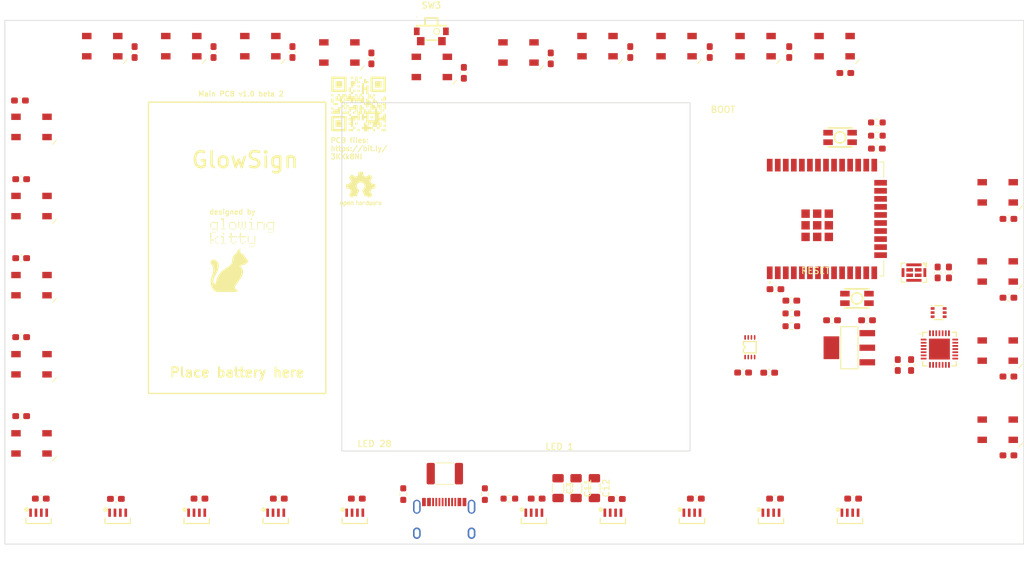
<source format=kicad_pcb>
(kicad_pcb (version 20211014) (generator pcbnew)
  (layers (0 "F.Cu" signal) (31 "B.Cu" signal) (34 "B.Paste" user) (35 "F.Paste" user) (36 "B.SilkS" user "B.Silkscreen") (37 "F.SilkS" user "F.Silkscreen") (38 "B.Mask" user) (39 "F.Mask" user) (44 "Edge.Cuts" user))
  (net 0 "")
  (net 1 "GND")
  (net 2 "+3V3")
  (net 3 "+5V")
  (net 4 "EN")
  (net 5 "IO0")
  (net 6 "USB-C 5V")
  (net 7 "Net-(R1-Pad1)")
  (net 8 "LED1 DATA OUT")
  (net 9 "USB-C CC1")
  (net 10 "USB-C CC2")
  (net 11 "Net-(R4-Pad1)")
  (net 12 "Net-(R5-Pad1)")
  (net 13 "IO16{slash}LED1")
  (net 14 "IO32{slash}SD")
  (net 15 "IO33{slash}USB-C CONN")
  (net 16 "IO14{slash}SCK")
  (net 17 "Net-(F1-Pad1)")
  (net 24 "IO15{slash}WS")
  (net 26 "I34{slash}BATT VOLT")
  (net 28 "RXD0")
  (net 29 "TXD0")
  (net 32 "USB-C DATA+")
  (net 33 "USB-C DATA-")
  (net 34 "RTS")
  (net 35 "DTR")
  (net 40 "I35{slash}BATT CHARGING")
  (net 53 "IO23{slash}LEDPOWER")
  (net 54 "Net-(D3-Pad3)")
  (net 55 "Net-(D4-Pad3)")
  (net 56 "Net-(D5-Pad3)")
  (net 57 "Net-(D6-Pad3)")
  (net 58 "Net-(D7-Pad3)")
  (net 59 "Net-(D8-Pad2)")
  (net 60 "Net-(D10-Pad4)")
  (net 61 "Net-(D10-Pad2)")
  (net 62 "Net-(D11-Pad2)")
  (net 63 "Net-(D12-Pad2)")
  (net 64 "Net-(D13-Pad2)")
  (net 65 "Net-(D14-Pad2)")
  (net 66 "Net-(D15-Pad2)")
  (net 67 "Net-(D16-Pad2)")
  (net 68 "Net-(D18-Pad2)")
  (net 69 "Net-(D19-Pad2)")
  (net 70 "Net-(D20-Pad2)")
  (net 71 "Net-(D21-Pad2)")
  (net 72 "Net-(D22-Pad2)")
  (net 73 "Net-(D23-Pad2)")
  (net 74 "Net-(D24-Pad2)")
  (net 75 "Net-(D25-Pad2)")
  (net 76 "Net-(D27-Pad3)")
  (net 77 "Net-(D28-Pad3)")
  (net 78 "Net-(D29-Pad3)")
  (net 95 "Net-(D17-Pad2)")
  (net 96 "Net-(D26-Pad2)")
  (net 97 "Net-(D30-Pad3)")
  (net 99 "IO18{slash}MAINBUTTON")
  (footprint "Capacitor_SMD:C_0603_1608Metric_Pad1.08x0.95mm_HandSolder" (layer "F.Cu") (at 159.1226 66.8524 -90)
    (fp_text reference "C31" hide)
    (fp_text value "0.1uf")
    (pad "1" smd roundrect (at -0.8625 0 270) (size 1.075 0.95) (layers "F.Cu" "F.Paste" "F.Mask") (net 3 "+5V"))
    (pad "2" smd roundrect (at 0.8625 0 270) (size 1.075 0.95) (layers "F.Cu" "F.Paste" "F.Mask") (net 1 "GND"))
  )
  (footprint "footprint:LED-SMD_WS2812B-4020" (layer "F.Cu") (at 156.454398 139.458618 180)
    (fp_text reference "D3" hide)
    (fp_text value "WS2812B-4020")
    (pad "1" smd rect (at 1.274956 0.85 180) (size 0.41999 1.3) (layers "F.Cu" "F.Paste" "F.Mask") (net 8 "LED1 DATA OUT"))
    (pad "2" smd rect (at 0.42507 0.85) (size 0.41999 1.3) (layers "F.Cu" "F.Paste" "F.Mask") (net 3 "+5V"))
    (pad "3" smd rect (at -0.42507 0.85) (size 0.41999 1.3) (layers "F.Cu" "F.Paste" "F.Mask") (net 54 "Net-(D3-Pad3)"))
    (pad "4" smd rect (at -1.274956 0.85) (size 0.41999 1.3) (layers "F.Cu" "F.Paste" "F.Mask") (net 1 "GND"))
  )
  (footprint "footprint:WIFI-SMD_ESP32-WROOM-32E" (layer "F.Cu") (at 199.89455 92.9688 90)
    (fp_text reference "U4" hide)
    (fp_text value "ESP32-WROOM-32E")
    (pad "1" smd rect (at -7.7449 -6.1933 90) (size 2 0.9) (layers "F.Cu" "F.Paste" "F.Mask") (net 1 "GND"))
    (pad "2" smd rect (at -7.7449 -4.9233 90) (size 2 0.9) (layers "F.Cu" "F.Paste" "F.Mask") (net 2 "+3V3"))
    (pad "3" smd rect (at -7.7449 -3.6533 90) (size 2 0.9) (layers "F.Cu" "F.Paste" "F.Mask") (net 4 "EN"))
    (pad "4" smd rect (at -7.7449 -2.3833 90) (size 2 0.9) (layers "F.Cu" "F.Paste" "F.Mask"))
    (pad "5" smd rect (at -7.7449 -1.1133 90) (size 2 0.9) (layers "F.Cu" "F.Paste" "F.Mask"))
    (pad "6" smd rect (at -7.7449 0.1567 90) (size 2 0.9) (layers "F.Cu" "F.Paste" "F.Mask") (net 26 "I34{slash}BATT VOLT"))
    (pad "7" smd rect (at -7.7449 1.4267 90) (size 2 0.9) (layers "F.Cu" "F.Paste" "F.Mask") (net 40 "I35{slash}BATT CHARGING"))
    (pad "8" smd rect (at -7.7449 2.6967 90) (size 2 0.9) (layers "F.Cu" "F.Paste" "F.Mask") (net 14 "IO32{slash}SD"))
    (pad "9" smd rect (at -7.7449 3.9667 90) (size 2 0.9) (layers "F.Cu" "F.Paste" "F.Mask") (net 15 "IO33{slash}USB-C CONN"))
    (pad "10" smd rect (at -7.7449 5.2367 90) (size 2 0.9) (layers "F.Cu" "F.Paste" "F.Mask"))
    (pad "11" smd rect (at -7.7449 6.5067 90) (size 2 0.9) (layers "F.Cu" "F.Paste" "F.Mask"))
    (pad "12" smd rect (at -7.7449 7.7767 90) (size 2 0.9) (layers "F.Cu" "F.Paste" "F.Mask"))
    (pad "13" smd rect (at -7.7449 9.0467 90) (size 2 0.9) (layers "F.Cu" "F.Paste" "F.Mask") (net 16 "IO14{slash}SCK"))
    (pad "14" smd rect (at -7.7449 10.3167 90) (size 2 0.9) (layers "F.Cu" "F.Paste" "F.Mask"))
    (pad "15" smd rect (at -4.9599 11.3167 90) (size 0.9 2) (layers "F.Cu" "F.Paste" "F.Mask") (net 1 "GND"))
    (pad "16" smd rect (at -3.6899 11.3167 90) (size 0.9 2) (layers "F.Cu" "F.Paste" "F.Mask"))
    (pad "17" smd rect (at -2.4199 11.3167 90) (size 0.9 2) (layers "F.Cu" "F.Paste" "F.Mask"))
    (pad "18" smd rect (at -1.1499 11.3167 90) (size 0.9 2) (layers "F.Cu" "F.Paste" "F.Mask"))
    (pad "19" smd rect (at 0.1201 11.3167 90) (size 0.9 2) (layers "F.Cu" "F.Paste" "F.Mask"))
    (pad "20" smd rect (at 1.3901 11.3167 90) (size 0.9 2) (layers "F.Cu" "F.Paste" "F.Mask"))
    (pad "21" smd rect (at 2.6601 11.3167 90) (size 0.9 2) (layers "F.Cu" "F.Paste" "F.Mask"))
    (pad "22" smd rect (at 3.9301 11.3167 90) (size 0.9 2) (layers "F.Cu" "F.Paste" "F.Mask"))
    (pad "23" smd rect (at 5.2001 11.3167 90) (size 0.9 2) (layers "F.Cu" "F.Paste" "F.Mask") (net 24 "IO15{slash}WS"))
    (pad "24" smd rect (at 6.4701 11.3167 90) (size 0.9 2) (layers "F.Cu" "F.Paste" "F.Mask"))
    (pad "25" smd rect (at 9.2551 10.3167 90) (size 2 0.9) (layers "F.Cu" "F.Paste" "F.Mask") (net 5 "IO0"))
    (pad "26" smd rect (at 9.2551 9.0467 90) (size 2 0.9) (layers "F.Cu" "F.Paste" "F.Mask"))
    (pad "27" smd rect (at 9.2551 7.7767 90) (size 2 0.9) (layers "F.Cu" "F.Paste" "F.Mask") (net 13 "IO16{slash}LED1"))
    (pad "28" smd rect (at 9.2551 6.5067 90) (size 2 0.9) (layers "F.Cu" "F.Paste" "F.Mask"))
    (pad "29" smd rect (at 9.2551 5.2367 90) (size 2 0.9) (layers "F.Cu" "F.Paste" "F.Mask"))
    (pad "30" smd rect (at 9.2551 3.9667 90) (size 2 0.9) (layers "F.Cu" "F.Paste" "F.Mask") (net 99 "IO18{slash}MAINBUTTON"))
    (pad "31" smd rect (at 9.2551 2.6967 90) (size 2 0.9) (layers "F.Cu" "F.Paste" "F.Mask"))
    (pad "32" smd rect (at 9.2551 1.4267 90) (size 2 0.9) (layers "F.Cu" "F.Paste" "F.Mask"))
    (pad "33" smd rect (at 9.2551 0.1567 90) (size 2 0.9) (layers "F.Cu" "F.Paste" "F.Mask"))
    (pad "34" smd rect (at 9.2551 -1.1133 90) (size 2 0.9) (layers "F.Cu" "F.Paste" "F.Mask") (net 28 "RXD0"))
    (pad "35" smd rect (at 9.2551 -2.3833 90) (size 2 0.9) (layers "F.Cu" "F.Paste" "F.Mask") (net 29 "TXD0"))
    (pad "36" smd rect (at 9.2551 -3.6533 90) (size 2 0.9) (layers "F.Cu" "F.Paste" "F.Mask"))
    (pad "37" smd rect (at 9.2551 -4.9233 90) (size 2 0.9) (layers "F.Cu" "F.Paste" "F.Mask") (net 53 "IO23{slash}LEDPOWER"))
    (pad "38" smd rect (at 9.2551 -6.1933 90) (size 2 0.9) (layers "F.Cu" "F.Paste" "F.Mask") (net 1 "GND"))
    (pad "39" smd rect (at -2.0799 -0.5283 90) (size 1.33 1.33) (layers "F.Cu" "F.Paste" "F.Mask") (net 1 "GND"))
    (pad "39" smd rect (at -0.2449 1.3067 90) (size 1.33 1.33) (layers "F.Cu" "F.Paste" "F.Mask") (net 1 "GND"))
    (pad "39" smd rect (at 1.5901 -0.5283 90) (size 1.33 1.33) (layers "F.Cu" "F.Paste" "F.Mask") (net 1 "GND"))
    (pad "39" smd rect (at -2.0799 3.1417 90) (size 1.33 1.33) (layers "F.Cu" "F.Paste" "F.Mask") (net 1 "GND"))
    (pad "39" smd rect (at 1.5901 3.1417 90) (size 1.33 1.33) (layers "F.Cu" "F.Paste" "F.Mask") (net 1 "GND"))
    (pad "39" smd rect (at -0.2449 3.1417 90) (size 1.33 1.33) (layers "F.Cu" "F.Paste" "F.Mask") (net 1 "GND"))
    (pad "39" smd rect (at -2.0799 1.3067 90) (size 1.33 1.33) (layers "F.Cu" "F.Paste" "F.Mask") (net 1 "GND"))
    (pad "39" smd rect (at -0.2449 -0.5283 90) (size 1.33 1.33) (layers "F.Cu" "F.Paste" "F.Mask") (net 1 "GND"))
    (pad "39" smd rect (at 1.5901 1.3067 90) (size 1.33 1.33) (layers "F.Cu" "F.Paste" "F.Mask") (net 1 "GND"))
  )
  (footprint "LED_SMD:LED_WS2812B_PLCC4_5.0x5.0mm_P3.2mm" (layer "F.Cu") (at 125.7337 65.9224)
    (fp_text reference "D18" hide)
    (fp_text value "WS2812B")
    (pad "1" smd rect (at -2.45 -1.6) (size 1.5 1) (layers "F.Cu" "F.Paste" "F.Mask") (net 3 "+5V"))
    (pad "2" smd rect (at -2.45 1.6) (size 1.5 1) (layers "F.Cu" "F.Paste" "F.Mask") (net 68 "Net-(D18-Pad2)"))
    (pad "3" smd rect (at 2.45 1.6) (size 1.5 1) (layers "F.Cu" "F.Paste" "F.Mask") (net 1 "GND"))
    (pad "4" smd rect (at 2.45 -1.6) (size 1.5 1) (layers "F.Cu" "F.Paste" "F.Mask") (net 95 "Net-(D17-Pad2)"))
  )
  (footprint "LED_SMD:LED_WS2812B_PLCC4_5.0x5.0mm_P3.2mm" (layer "F.Cu") (at 203.9483 64.9224)
    (fp_text reference "D12" hide)
    (fp_text value "WS2812B")
    (pad "1" smd rect (at -2.45 -1.6) (size 1.5 1) (layers "F.Cu" "F.Paste" "F.Mask") (net 3 "+5V"))
    (pad "2" smd rect (at -2.45 1.6) (size 1.5 1) (layers "F.Cu" "F.Paste" "F.Mask") (net 63 "Net-(D12-Pad2)"))
    (pad "3" smd rect (at 2.45 1.6) (size 1.5 1) (layers "F.Cu" "F.Paste" "F.Mask") (net 1 "GND"))
    (pad "4" smd rect (at 2.45 -1.6) (size 1.5 1) (layers "F.Cu" "F.Paste" "F.Mask") (net 62 "Net-(D11-Pad2)"))
  )
  (footprint "Capacitor_SMD:C_0603_1608Metric_Pad1.08x0.95mm_HandSolder" (layer "F.Cu") (at 189.4964 116.4716)
    (fp_text reference "C48" hide)
    (fp_text value "0.1uF")
    (pad "1" smd roundrect (at -0.8625 0) (size 1.075 0.95) (layers "F.Cu" "F.Paste" "F.Mask") (net 3 "+5V"))
    (pad "2" smd roundrect (at 0.8625 0) (size 1.075 0.95) (layers "F.Cu" "F.Paste" "F.Mask") (net 1 "GND"))
  )
  (footprint "LED_SMD:LED_WS2812B_PLCC4_5.0x5.0mm_P3.2mm" (layer "F.Cu") (at 166.505 64.9224)
    (fp_text reference "D15" hide)
    (fp_text value "WS2812B")
    (pad "1" smd rect (at -2.45 -1.6) (size 1.5 1) (layers "F.Cu" "F.Paste" "F.Mask") (net 3 "+5V"))
    (pad "2" smd rect (at -2.45 1.6) (size 1.5 1) (layers "F.Cu" "F.Paste" "F.Mask") (net 66 "Net-(D15-Pad2)"))
    (pad "3" smd rect (at 2.45 1.6) (size 1.5 1) (layers "F.Cu" "F.Paste" "F.Mask") (net 1 "GND"))
    (pad "4" smd rect (at 2.45 -1.6) (size 1.5 1) (layers "F.Cu" "F.Paste" "F.Mask") (net 65 "Net-(D14-Pad2)"))
  )
  (footprint "Fuse:Fuse_1812_4532Metric_Pad1.30x3.40mm_HandSolder" (layer "F.Cu") (at 142.3924 132.4356)
    (fp_text reference "F1" hide)
    (fp_text value "BSMD1812-300-16V")
    (pad "1" smd roundrect (at -2.225 0) (size 1.3 3.4) (layers "F.Cu" "F.Paste" "F.Mask") (roundrect_rratio 0.1923076923) (net 17 "Net-(F1-Pad1)"))
    (pad "2" smd roundrect (at 2.225 0) (size 1.3 3.4) (layers "F.Cu" "F.Paste" "F.Mask") (roundrect_rratio 0.1923076923) (net 6 "USB-C 5V"))
  )
  (footprint "LED_SMD:LED_WS2812B_PLCC4_5.0x5.0mm_P3.2mm" (layer "F.Cu") (at 229.7106 125.4969)
    (fp_text reference "D8" hide)
    (fp_text value "WS2812B")
    (pad "1" smd rect (at -2.45 -1.6) (size 1.5 1) (layers "F.Cu" "F.Paste" "F.Mask") (net 3 "+5V"))
    (pad "2" smd rect (at -2.45 1.6) (size 1.5 1) (layers "F.Cu" "F.Paste" "F.Mask") (net 59 "Net-(D8-Pad2)"))
    (pad "3" smd rect (at 2.45 1.6) (size 1.5 1) (layers "F.Cu" "F.Paste" "F.Mask") (net 1 "GND"))
    (pad "4" smd rect (at 2.45 -1.6) (size 1.5 1) (layers "F.Cu" "F.Paste" "F.Mask") (net 58 "Net-(D7-Pad3)"))
  )
  (footprint "footprint:LED-SMD_WS2812B-4020" (layer "F.Cu") (at 90.720898 139.458618 180)
    (fp_text reference "D28" hide)
    (fp_text value "WS2812B-4020")
    (pad "1" smd rect (at 1.274956 0.85 180) (size 0.41999 1.3) (layers "F.Cu" "F.Paste" "F.Mask") (net 76 "Net-(D27-Pad3)"))
    (pad "2" smd rect (at 0.42507 0.85) (size 0.41999 1.3) (layers "F.Cu" "F.Paste" "F.Mask") (net 3 "+5V"))
    (pad "3" smd rect (at -0.42507 0.85) (size 0.41999 1.3) (layers "F.Cu" "F.Paste" "F.Mask") (net 77 "Net-(D28-Pad3)"))
    (pad "4" smd rect (at -1.274956 0.85) (size 0.41999 1.3) (layers "F.Cu" "F.Paste" "F.Mask") (net 1 "GND"))
  )
  (footprint "Capacitor_SMD:C_0603_1608Metric_Pad1.08x0.95mm_HandSolder" (layer "F.Cu") (at 156.8936 136.38012)
    (fp_text reference "C18" hide)
    (fp_text value "0.1uf")
    (pad "1" smd roundrect (at -0.8625 0) (size 1.075 0.95) (layers "F.Cu" "F.Paste" "F.Mask") (net 3 "+5V"))
    (pad "2" smd roundrect (at 0.8625 0) (size 1.075 0.95) (layers "F.Cu" "F.Paste" "F.Mask") (net 1 "GND"))
  )
  (footprint "LOGO" (layer "F.Cu") (at 110.2862 96.942)
    (fp_text reference "logo" hide)
    (fp_text value "LOGO" hide)
  )
  (footprint "LED_SMD:LED_WS2812B_PLCC4_5.0x5.0mm_P3.2mm" (layer "F.Cu") (at 113.2526 64.9224)
    (fp_text reference "D19" hide)
    (fp_text value "WS2812B")
    (pad "1" smd rect (at -2.45 -1.6) (size 1.5 1) (layers "F.Cu" "F.Paste" "F.Mask") (net 3 "+5V"))
    (pad "2" smd rect (at -2.45 1.6) (size 1.5 1) (layers "F.Cu" "F.Paste" "F.Mask") (net 69 "Net-(D19-Pad2)"))
    (pad "3" smd rect (at 2.45 1.6) (size 1.5 1) (layers "F.Cu" "F.Paste" "F.Mask") (net 1 "GND"))
    (pad "4" smd rect (at 2.45 -1.6) (size 1.5 1) (layers "F.Cu" "F.Paste" "F.Mask") (net 68 "Net-(D18-Pad2)"))
  )
  (footprint "Resistor_SMD:R_0603_1608Metric_Pad0.98x0.95mm_HandSolder" (layer "F.Cu") (at 135.826 135.668 -90)
    (fp_text reference "R2" hide)
    (fp_text value "5.1K")
    (pad "1" smd roundrect (at -0.9125 0 270) (size 0.975 0.95) (layers "F.Cu" "F.Paste" "F.Mask") (net 1 "GND"))
    (pad "2" smd roundrect (at 0.9125 0 270) (size 0.975 0.95) (layers "F.Cu" "F.Paste" "F.Mask") (net 9 "USB-C CC1"))
  )
  (footprint "Capacitor_SMD:C_0603_1608Metric_Pad1.08x0.95mm_HandSolder" (layer "F.Cu") (at 203.5439 108.2116 180)
    (fp_text reference "C7" hide)
    (fp_text value "10uF")
    (pad "1" smd roundrect (at -0.8625 0 180) (size 1.075 0.95) (layers "F.Cu" "F.Paste" "F.Mask") (net 1 "GND"))
    (pad "2" smd roundrect (at 0.8625 0 180) (size 1.075 0.95) (layers "F.Cu" "F.Paste" "F.Mask") (net 2 "+3V3"))
  )
  (footprint "LED_SMD:LED_WS2812B_PLCC4_5.0x5.0mm_P3.2mm" (layer "F.Cu") (at 88.2904 64.9224)
    (fp_text reference "D21" hide)
    (fp_text value "WS2812B")
    (pad "1" smd rect (at -2.45 -1.6) (size 1.5 1) (layers "F.Cu" "F.Paste" "F.Mask") (net 3 "+5V"))
    (pad "2" smd rect (at -2.45 1.6) (size 1.5 1) (layers "F.Cu" "F.Paste" "F.Mask") (net 71 "Net-(D21-Pad2)"))
    (pad "3" smd rect (at 2.45 1.6) (size 1.5 1) (layers "F.Cu" "F.Paste" "F.Mask") (net 1 "GND"))
    (pad "4" smd rect (at 2.45 -1.6) (size 1.5 1) (layers "F.Cu" "F.Paste" "F.Mask") (net 70 "Net-(D20-Pad2)"))
  )
  (footprint "Capacitor_SMD:C_0603_1608Metric_Pad1.08x0.95mm_HandSolder" (layer "F.Cu") (at 75.4802 85.9286)
    (fp_text reference "C38" hide)
    (fp_text value "0.1uf")
    (pad "1" smd roundrect (at -0.8625 0) (size 1.075 0.95) (layers "F.Cu" "F.Paste" "F.Mask") (net 3 "+5V"))
    (pad "2" smd roundrect (at 0.8625 0) (size 1.075 0.95) (layers "F.Cu" "F.Paste" "F.Mask") (net 1 "GND"))
  )
  (footprint "LED_SMD:LED_WS2812B_PLCC4_5.0x5.0mm_P3.2mm" (layer "F.Cu") (at 191.4672 64.9224)
    (fp_text reference "D13" hide)
    (fp_text value "WS2812B")
    (pad "1" smd rect (at -2.45 -1.6) (size 1.5 1) (layers "F.Cu" "F.Paste" "F.Mask") (net 3 "+5V"))
    (pad "2" smd rect (at -2.45 1.6) (size 1.5 1) (layers "F.Cu" "F.Paste" "F.Mask") (net 64 "Net-(D13-Pad2)"))
    (pad "3" smd rect (at 2.45 1.6) (size 1.5 1) (layers "F.Cu" "F.Paste" "F.Mask") (net 1 "GND"))
    (pad "4" smd rect (at 2.45 -1.6) (size 1.5 1) (layers "F.Cu" "F.Paste" "F.Mask") (net 63 "Net-(D12-Pad2)"))
  )
  (footprint "footprint:QFN-28_L5.0-W5.0-P0.50-BL-EP" (layer "F.Cu") (at 220.5064 112.7616 -90)
    (fp_text reference "U7" hide)
    (fp_text value "CP2102-GMR")
    (pad "1" smd rect (at -1.501067 2.499949 90) (size 0.28001 0.9) (layers "F.Cu" "F.Paste" "F.Mask"))
    (pad "2" smd rect (at -1.000686 2.499949 90) (size 0.28001 0.9) (layers "F.Cu" "F.Paste" "F.Mask"))
    (pad "3" smd rect (at -0.500305 2.499949 90) (size 0.28001 0.9) (layers "F.Cu" "F.Paste" "F.Mask") (net 1 "GND"))
    (pad "4" smd rect (at 0.000076 2.499949 90) (size 0.28001 0.9) (layers "F.Cu" "F.Paste" "F.Mask") (net 32 "USB-C DATA+"))
    (pad "5" smd rect (at 0.500457 2.499949 90) (size 0.28001 0.9) (layers "F.Cu" "F.Paste" "F.Mask") (net 33 "USB-C DATA-"))
    (pad "6" smd rect (at 1.000838 2.499949 90) (size 0.28001 0.9) (layers "F.Cu" "F.Paste" "F.Mask") (net 2 "+3V3"))
    (pad "7" smd rect (at 1.501219 2.499949 90) (size 0.28001 0.9) (layers "F.Cu" "F.Paste" "F.Mask") (net 2 "+3V3"))
    (pad "8" smd rect (at 2.500203 1.501219) (size 0.28001 0.9) (layers "F.Cu" "F.Paste" "F.Mask") (net 6 "USB-C 5V"))
    (pad "9" smd rect (at 2.500203 1.000838) (size 0.28001 0.9) (layers "F.Cu" "F.Paste" "F.Mask"))
    (pad "10" smd rect (at 2.500203 0.500457) (size 0.28001 0.9) (layers "F.Cu" "F.Paste" "F.Mask"))
    (pad "11" smd rect (at 2.500203 0.000076) (size 0.28001 0.9) (layers "F.Cu" "F.Paste" "F.Mask"))
    (pad "12" smd rect (at 2.500203 -0.500305) (size 0.28001 0.9) (layers "F.Cu" "F.Paste" "F.Mask"))
    (pad "13" smd rect (at 2.500203 -1.000686) (size 0.28001 0.9) (layers "F.Cu" "F.Paste" "F.Mask"))
    (pad "14" smd rect (at 2.500203 -1.501067) (size 0.28001 0.9) (layers "F.Cu" "F.Paste" "F.Mask"))
    (pad "15" smd rect (at 1.501219 -2.500051 90) (size 0.28001 0.9) (layers "F.Cu" "F.Paste" "F.Mask"))
    (pad "16" smd rect (at 1.000838 -2.500051 90) (size 0.28001 0.9) (layers "F.Cu" "F.Paste" "F.Mask"))
    (pad "17" smd rect (at 0.500457 -2.500051 90) (size 0.28001 0.9) (layers "F.Cu" "F.Paste" "F.Mask"))
    (pad "18" smd rect (at 0.000076 -2.500051 90) (size 0.28001 0.9) (layers "F.Cu" "F.Paste" "F.Mask"))
    (pad "19" smd rect (at -0.500305 -2.500051 90) (size 0.28001 0.9) (layers "F.Cu" "F.Paste" "F.Mask"))
    (pad "20" smd rect (at -1.000686 -2.500051 90) (size 0.28001 0.9) (layers "F.Cu" "F.Paste" "F.Mask"))
    (pad "21" smd rect (at -1.501067 -2.500051 90) (size 0.28001 0.9) (layers "F.Cu" "F.Paste" "F.Mask"))
    (pad "22" smd rect (at -2.499797 -1.501067) (size 0.28001 0.9) (layers "F.Cu" "F.Paste" "F.Mask"))
    (pad "23" smd rect (at -2.499797 -1.000686) (size 0.28001 0.9) (layers "F.Cu" "F.Paste" "F.Mask"))
    (pad "24" smd rect (at -2.499797 -0.500305) (size 0.28001 0.9) (layers "F.Cu" "F.Paste" "F.Mask") (net 34 "RTS"))
    (pad "25" smd rect (at -2.499797 0.000076) (size 0.28001 0.9) (layers "F.Cu" "F.Paste" "F.Mask") (net 29 "TXD0"))
    (pad "26" smd rect (at -2.499797 0.500457) (size 0.28001 0.9) (layers "F.Cu" "F.Paste" "F.Mask") (net 28 "RXD0"))
    (pad "27" smd rect (at -2.499797 1.000838) (size 0.28001 0.9) (layers "F.Cu" "F.Paste" "F.Mask"))
    (pad "28" smd rect (at -2.499797 1.501219) (size 0.28001 0.9) (layers "F.Cu" "F.Paste" "F.Mask") (net 35 "DTR"))
    (pad "29" smd rect (at 0.000076 0.000076) (size 3.3 3.3) (layers "F.Cu" "F.Paste" "F.Mask") (net 1 "GND"))
  )
  (footprint "LED_SMD:LED_WS2812B_PLCC4_5.0x5.0mm_P3.2mm" (layer "F.Cu") (at 229.7106 100.5069)
    (fp_text reference "D10" hide)
    (fp_text value "WS2812B")
    (pad "1" smd rect (at -2.45 -1.6) (size 1.5 1) (layers "F.Cu" "F.Paste" "F.Mask") (net 3 "+5V"))
    (pad "2" smd rect (at -2.45 1.6) (size 1.5 1) (layers "F.Cu" "F.Paste" "F.Mask") (net 61 "Net-(D10-Pad2)"))
    (pad "3" smd rect (at 2.45 1.6) (size 1.5 1) (layers "F.Cu" "F.Paste" "F.Mask") (net 1 "GND"))
    (pad "4" smd rect (at 2.45 -1.6) (size 1.5 1) (layers "F.Cu" "F.Paste" "F.Mask") (net 60 "Net-(D10-Pad4)"))
  )
  (footprint "Capacitor_SMD:C_0603_1608Metric_Pad1.08x0.95mm_HandSolder" (layer "F.Cu") (at 145.398 69.1356 -90)
    (fp_text reference "C32" hide)
    (fp_text value "0.1uf")
    (pad "1" smd roundrect (at -0.8625 0 270) (size 1.075 0.95) (layers "F.Cu" "F.Paste" "F.Mask") (net 3 "+5V"))
    (pad "2" smd roundrect (at 0.8625 0 270) (size 1.075 0.95) (layers "F.Cu" "F.Paste" "F.Mask") (net 1 "GND"))
  )
  (footprint "Capacitor_SMD:C_0603_1608Metric_Pad1.08x0.95mm_HandSolder" (layer "F.Cu") (at 75.4802 110.875266)
    (fp_text reference "C40" hide)
    (fp_text value "0.1uf")
    (pad "1" smd roundrect (at -0.8625 0) (size 1.075 0.95) (layers "F.Cu" "F.Paste" "F.Mask") (net 3 "+5V"))
    (pad "2" smd roundrect (at 0.8625 0) (size 1.075 0.95) (layers "F.Cu" "F.Paste" "F.Mask") (net 1 "GND"))
  )
  (footprint "Capacitor_SMD:C_0603_1608Metric_Pad1.08x0.95mm_HandSolder" (layer "F.Cu") (at 128.4911 136.38012)
    (fp_text reference "C46" hide)
    (fp_text value "0.1uf")
    (pad "1" smd roundrect (at -0.8625 0) (size 1.075 0.95) (layers "F.Cu" "F.Paste" "F.Mask") (net 3 "+5V"))
    (pad "2" smd roundrect (at 0.8625 0) (size 1.075 0.95) (layers "F.Cu" "F.Paste" "F.Mask") (net 1 "GND"))
  )
  (footprint "footprint:VSSOP-8_L2.4-W2.1-P0.50-LS3.2-BR" (layer "F.Cu") (at 190.5564 112.470068 -90)
    (fp_text reference "U3" hide)
    (fp_text value "SN74LVC2T45DCUR")
    (pad "1" smd oval locked (at 1.549911 0.741961 270) (size 0.750013 0.250013) (layers "F.Cu" "F.Paste" "F.Mask") (net 3 "+5V"))
    (pad "2" smd oval locked (at 1.549911 0.241834 270) (size 0.750013 0.250013) (layers "F.Cu" "F.Paste" "F.Mask") (net 7 "Net-(R1-Pad1)"))
    (pad "3" smd oval locked (at 1.549911 -0.258039 270) (size 0.750013 0.250013) (layers "F.Cu" "F.Paste" "F.Mask") (net 1 "GND"))
    (pad "4" smd oval locked (at 1.549911 -0.758166 270) (size 0.750013 0.250013) (layers "F.Cu" "F.Paste" "F.Mask") (net 1 "GND"))
    (pad "5" smd oval locked (at -1.549911 -0.758166 270) (size 0.750013 0.250013) (layers "F.Cu" "F.Paste" "F.Mask") (net 1 "GND"))
    (pad "6" smd oval locked (at -1.549911 -0.258039 270) (size 0.750013 0.250013) (layers "F.Cu" "F.Paste" "F.Mask") (net 1 "GND"))
    (pad "7" smd oval locked (at -1.549911 0.241834 270) (size 0.750013 0.250013) (layers "F.Cu" "F.Paste" "F.Mask") (net 13 "IO16{slash}LED1"))
    (pad "8" smd oval locked (at -1.549911 0.741961 270) (size 0.750013 0.250013) (layers "F.Cu" "F.Paste" "F.Mask") (net 2 "+3V3"))
  )
  (footprint "LED_SMD:LED_WS2812B_PLCC4_5.0x5.0mm_P3.2mm" (layer "F.Cu") (at 77.1144 115.1636)
    (fp_text reference "D25" hide)
    (fp_text value "WS2812B")
    (pad "1" smd rect (at -2.45 -1.6) (size 1.5 1) (layers "F.Cu" "F.Paste" "F.Mask") (net 3 "+5V"))
    (pad "2" smd rect (at -2.45 1.6) (size 1.5 1) (layers "F.Cu" "F.Paste" "F.Mask") (net 75 "Net-(D25-Pad2)"))
    (pad "3" smd rect (at 2.45 1.6) (size 1.5 1) (layers "F.Cu" "F.Paste" "F.Mask") (net 1 "GND"))
    (pad "4" smd rect (at 2.45 -1.6) (size 1.5 1) (layers "F.Cu" "F.Paste" "F.Mask") (net 74 "Net-(D24-Pad2)"))
  )
  (footprint "Capacitor_SMD:C_0603_1608Metric_Pad1.08x0.95mm_HandSolder" (layer "F.Cu") (at 75.2856 73.5076)
    (fp_text reference "C37" hide)
    (fp_text value "0.1uf")
    (pad "1" smd roundrect (at -0.8625 0) (size 1.075 0.95) (layers "F.Cu" "F.Paste" "F.Mask") (net 3 "+5V"))
    (pad "2" smd roundrect (at 0.8625 0) (size 1.075 0.95) (layers "F.Cu" "F.Paste" "F.Mask") (net 1 "GND"))
  )
  (footprint "Capacitor_SMD:C_0603_1608Metric_Pad1.08x0.95mm_HandSolder" (layer "F.Cu") (at 205.6401 69.1624)
    (fp_text reference "C27" hide)
    (fp_text value "0.1uf")
    (pad "1" smd roundrect (at -0.8625 0) (size 1.075 0.95) (layers "F.Cu" "F.Paste" "F.Mask") (net 3 "+5V"))
    (pad "2" smd roundrect (at 0.8625 0) (size 1.075 0.95) (layers "F.Cu" "F.Paste" "F.Mask") (net 1 "GND"))
  )
  (footprint "footprint:LED-SMD_WS2812B-4020" (layer "F.Cu") (at 168.935498 139.458618 180)
    (fp_text reference "D4" hide)
    (fp_text value "WS2812B-4020")
    (pad "1" smd rect (at 1.274956 0.85 180) (size 0.41999 1.3) (layers "F.Cu" "F.Paste" "F.Mask") (net 54 "Net-(D3-Pad3)"))
    (pad "2" smd rect (at 0.42507 0.85) (size 0.41999 1.3) (layers "F.Cu" "F.Paste" "F.Mask") (net 3 "+5V"))
    (pad "3" smd rect (at -0.42507 0.85) (size 0.41999 1.3) (layers "F.Cu" "F.Paste" "F.Mask") (net 55 "Net-(D4-Pad3)"))
    (pad "4" smd rect (at -1.274956 0.85) (size 0.41999 1.3) (layers "F.Cu" "F.Paste" "F.Mask") (net 1 "GND"))
  )
  (footprint "Capacitor_SMD:C_0603_1608Metric_Pad1.08x0.95mm_HandSolder" (layer "F.Cu") (at 169.5636 136.44012)
    (fp_text reference "C19" hide)
    (fp_text value "0.1uf")
    (pad "1" smd roundrect (at -0.8625 0) (size 1.075 0.95) (layers "F.Cu" "F.Paste" "F.Mask") (net 3 "+5V"))
    (pad "2" smd roundrect (at 0.8625 0) (size 1.075 0.95) (layers "F.Cu" "F.Paste" "F.Mask") (net 1 "GND"))
  )
  (footprint "footprint:SOT-223-4_L6.5-W3.5-P2.30-LS7.0-BR" (layer "F.Cu") (at 206.2764 112.5516)
    (fp_text reference "U18" hide)
    (fp_text value "BL1117-33CX")
    (pad "1" smd rect (at 2.8349 2.299975) (size 2.470003 0.98001) (layers "F.Cu" "F.Paste" "F.Mask") (net 1 "GND"))
    (pad "2" smd rect (at 2.8349 0) (size 2.470003 0.98001) (layers "F.Cu" "F.Paste" "F.Mask") (net 2 "+3V3"))
    (pad "3" smd rect (at 2.8349 -2.299975) (size 2.470003 0.98001) (layers "F.Cu" "F.Paste" "F.Mask") (net 3 "+5V"))
    (pad "4" smd rect (at -2.8349 0) (size 2.470003 3.6) (layers "F.Cu" "F.Paste" "F.Mask") (net 2 "+3V3"))
  )
  (footprint "Capacitor_SMD:C_0603_1608Metric_Pad1.08x0.95mm_HandSolder" (layer "F.Cu") (at 103.6436 136.38012)
    (fp_text reference "C44" hide)
    (fp_text value "0.1uf")
    (pad "1" smd roundrect (at -0.8625 0) (size 1.075 0.95) (layers "F.Cu" "F.Paste" "F.Mask") (net 3 "+5V"))
    (pad "2" smd roundrect (at 0.8625 0) (size 1.075 0.95) (layers "F.Cu" "F.Paste" "F.Mask") (net 1 "GND"))
  )
  (footprint "LED_SMD:LED_WS2812B_PLCC4_5.0x5.0mm_P3.2mm" (layer "F.Cu") (at 77.1144 102.6686)
    (fp_text reference "D24" hide)
    (fp_text value "WS2812B")
    (pad "1" smd rect (at -2.45 -1.6) (size 1.5 1) (layers "F.Cu" "F.Paste" "F.Mask") (net 3 "+5V"))
    (pad "2" smd rect (at -2.45 1.6) (size 1.5 1) (layers "F.Cu" "F.Paste" "F.Mask") (net 74 "Net-(D24-Pad2)"))
    (pad "3" smd rect (at 2.45 1.6) (size 1.5 1) (layers "F.Cu" "F.Paste" "F.Mask") (net 1 "GND"))
    (pad "4" smd rect (at 2.45 -1.6) (size 1.5 1) (layers "F.Cu" "F.Paste" "F.Mask") (net 73 "Net-(D23-Pad2)"))
  )
  (footprint "LED_SMD:LED_WS2812B_PLCC4_5.0x5.0mm_P3.2mm" (layer "F.Cu") (at 154.0239 65.9224)
    (fp_text reference "D16" hide)
    (fp_text value "WS2812B")
    (pad "1" smd rect (at -2.45 -1.6) (size 1.5 1) (layers "F.Cu" "F.Paste" "F.Mask") (net 3 "+5V"))
    (pad "2" smd rect (at -2.45 1.6) (size 1.5 1) (layers "F.Cu" "F.Paste" "F.Mask") (net 67 "Net-(D16-Pad2)"))
    (pad "3" smd rect (at 2.45 1.6) (size 1.5 1) (layers "F.Cu" "F.Paste" "F.Mask") (net 1 "GND"))
    (pad "4" smd rect (at 2.45 -1.6) (size 1.5 1) (layers "F.Cu" "F.Paste" "F.Mask") (net 66 "Net-(D15-Pad2)"))
  )
  (footprint "Capacitor_SMD:C_0603_1608Metric_Pad1.08x0.95mm_HandSolder" (layer "F.Cu") (at 75.4802 98.401933)
    (fp_text reference "C39" hide)
    (fp_text value "0.1uf")
    (pad "1" smd roundrect (at -0.8625 0) (size 1.075 0.95) (layers "F.Cu" "F.Paste" "F.Mask") (net 3 "+5V"))
    (pad "2" smd roundrect (at 0.8625 0) (size 1.075 0.95) (layers "F.Cu" "F.Paste" "F.Mask") (net 1 "GND"))
  )
  (footprint "Capacitor_SMD:C_0603_1608Metric_Pad1.08x0.95mm_HandSolder" (layer "F.Cu") (at 75.4802 123.3486)
    (fp_text reference "C41" hide)
    (fp_text value "0.1uf")
    (pad "1" smd roundrect (at -0.8625 0) (size 1.075 0.95) (layers "F.Cu" "F.Paste" "F.Mask") (net 3 "+5V"))
    (pad "2" smd roundrect (at 0.8625 0) (size 1.075 0.95) (layers "F.Cu" "F.Paste" "F.Mask") (net 1 "GND"))
  )
  (footprint "footprint:LED-SMD_WS2812B-4020" (layer "F.Cu") (at 206.378798 139.458618 180)
    (fp_text reference "D7" hide)
    (fp_text value "WS2812B-4020")
    (pad "1" smd rect (at 1.274956 0.85 180) (size 0.41999 1.3) (layers "F.Cu" "F.Paste" "F.Mask") (net 57 "Net-(D6-Pad3)"))
    (pad "2" smd rect (at 0.42507 0.85) (size 0.41999 1.3) (layers "F.Cu" "F.Paste" "F.Mask") (net 3 "+5V"))
    (pad "3" smd rect (at -0.42507 0.85) (size 0.41999 1.3) (layers "F.Cu" "F.Paste" "F.Mask") (net 58 "Net-(D7-Pad3)"))
    (pad "4" smd rect (at -1.274956 0.85) (size 0.41999 1.3) (layers "F.Cu" "F.Paste" "F.Mask") (net 1 "GND"))
  )
  (footprint "footprint:SW-SMD_4P-L3.7-W3.0-P1.50-LS4.7" (layer "F.Cu") (at 207.4764 104.7616)
    (fp_text reference "SW1" hide)
    (fp_text value "TS-1185EC-C-D-B")
    (pad "1" smd rect (at -1.899924 -0.750064) (size 1.5 0.9) (layers "F.Cu" "F.Paste" "F.Mask") (net 1 "GND"))
    (pad "1" smd rect (at 1.899924 -0.750064) (size 1.5 0.9) (layers "F.Cu" "F.Paste" "F.Mask") (net 1 "GND"))
    (pad "2" smd rect (at 1.899924 0.750064) (size 1.5 0.9) (layers "F.Cu" "F.Paste" "F.Mask") (net 11 "Net-(R4-Pad1)"))
    (pad "2" smd rect (at -1.899924 0.750064) (size 1.5 0.9) (layers "F.Cu" "F.Paste" "F.Mask") (net 11 "Net-(R4-Pad1)"))
  )
  (footprint "LED_SMD:LED_WS2812B_PLCC4_5.0x5.0mm_P3.2mm" (layer "F.Cu") (at 229.7106 113.0019)
    (fp_text reference "D9" hide)
    (fp_text value "WS2812B")
    (pad "1" smd rect (at -2.45 -1.6) (size 1.5 1) (layers "F.Cu" "F.Paste" "F.Mask") (net 3 "+5V"))
    (pad "2" smd rect (at -2.45 1.6) (size 1.5 1) (layers "F.Cu" "F.Paste" "F.Mask") (net 60 "Net-(D10-Pad4)"))
    (pad "3" smd rect (at 2.45 1.6) (size 1.5 1) (layers "F.Cu" "F.Paste" "F.Mask") (net 1 "GND"))
    (pad "4" smd rect (at 2.45 -1.6) (size 1.5 1) (layers "F.Cu" "F.Paste" "F.Mask") (net 59 "Net-(D8-Pad2)"))
  )
  (footprint "Capacitor_SMD:C_0603_1608Metric_Pad1.08x0.95mm_HandSolder" (layer "F.Cu") (at 231.4024 117.0994)
    (fp_text reference "C24" hide)
    (fp_text value "0.1uf")
    (pad "1" smd roundrect (at -0.8625 0) (size 1.075 0.95) (layers "F.Cu" "F.Paste" "F.Mask") (net 3 "+5V"))
    (pad "2" smd roundrect (at 0.8625 0) (size 1.075 0.95) (layers "F.Cu" "F.Paste" "F.Mask") (net 1 "GND"))
  )
  (footprint "Capacitor_SMD:C_0603_1608Metric_Pad1.08x0.95mm_HandSolder" (layer "F.Cu") (at 130.7926 66.8524 -90)
    (fp_text reference "C33" hide)
    (fp_text value "0.1uf")
    (pad "1" smd roundrect (at -0.8625 0 270) (size 1.075 0.95) (layers "F.Cu" "F.Paste" "F.Mask") (net 3 "+5V"))
    (pad "2" smd roundrect (at 0.8625 0 270) (size 1.075 0.95) (layers "F.Cu" "F.Paste" "F.Mask") (net 1 "GND"))
  )
  (footprint "LED_SMD:LED_WS2812B_PLCC4_5.0x5.0mm_P3.2mm" (layer "F.Cu") (at 100.7715 64.9224)
    (fp_text reference "D20" hide)
    (fp_text value "WS2812B")
    (pad "1" smd rect (at -2.45 -1.6) (size 1.5 1) (layers "F.Cu" "F.Paste" "F.Mask") (net 3 "+5V"))
    (pad "2" smd rect (at -2.45 1.6) (size 1.5 1) (layers "F.Cu" "F.Paste" "F.Mask") (net 70 "Net-(D20-Pad2)"))
    (pad "3" smd rect (at 2.45 1.6) (size 1.5 1) (layers "F.Cu" "F.Paste" "F.Mask") (net 1 "GND"))
    (pad "4" smd rect (at 2.45 -1.6) (size 1.5 1) (layers "F.Cu" "F.Paste" "F.Mask") (net 69 "Net-(D19-Pad2)"))
  )
  (footprint "Capacitor_SMD:C_0603_1608Metric_Pad1.08x0.95mm_HandSolder" (layer "F.Cu") (at 105.8626 65.8524 -90)
    (fp_text reference "C35" hide)
    (fp_text value "0.1uf")
    (pad "1" smd roundrect (at -0.8625 0 270) (size 1.075 0.95) (layers "F.Cu" "F.Paste" "F.Mask") (net 3 "+5V"))
    (pad "2" smd roundrect (at 0.8625 0 270) (size 1.075 0.95) (layers "F.Cu" "F.Paste" "F.Mask") (net 1 "GND"))
  )
  (footprint "Capacitor_SMD:C_1206_3216Metric_Pad1.33x1.80mm_HandSolder" (layer "F.Cu") (at 160.274 134.7216 -90)
    (fp_text reference "C3" (at 0 -1.85 90) (layer "F.SilkS"))
    (fp_text value "220uF")
    (pad "1" smd roundrect (at -1.5625 0 270) (size 1.325 1.8) (layers "F.Cu" "F.Paste" "F.Mask") (roundrect_rratio 0.188679) (net 3 "+5V"))
    (pad "2" smd roundrect (at 1.5625 0 270) (size 1.325 1.8) (layers "F.Cu" "F.Paste" "F.Mask") (roundrect_rratio 0.188679) (net 1 "GND"))
  )
  (footprint "Capacitor_SMD:C_0603_1608Metric_Pad1.08x0.95mm_HandSolder" (layer "F.Cu") (at 182.0361 136.38012)
    (fp_text reference "C20" hide)
    (fp_text value "0.1uf")
    (pad "1" smd roundrect (at -0.8625 0) (size 1.075 0.95) (layers "F.Cu" "F.Paste" "F.Mask") (net 3 "+5V"))
    (pad "2" smd roundrect (at 0.8625 0) (size 1.075 0.95) (layers "F.Cu" "F.Paste" "F.Mask") (net 1 "GND"))
  )
  (footprint "LED_SMD:LED_WS2812B_PLCC4_5.0x5.0mm_P3.2mm" (layer "F.Cu") (at 140.3391 68.2056)
    (fp_text reference "D17" hide)
    (fp_text value "WS2812B")
    (pad "1" smd rect (at -2.45 -1.6) (size 1.5 1) (layers "F.Cu" "F.Paste" "F.Mask") (net 3 "+5V"))
    (pad "2" smd rect (at -2.45 1.6) (size 1.5 1) (layers "F.Cu" "F.Paste" "F.Mask") (net 95 "Net-(D17-Pad2)"))
    (pad "3" smd rect (at 2.45 1.6) (size 1.5 1) (layers "F.Cu" "F.Paste" "F.Mask") (net 1 "GND"))
    (pad "4" smd rect (at 2.45 -1.6) (size 1.5 1) (layers "F.Cu" "F.Paste" "F.Mask") (net 67 "Net-(D16-Pad2)"))
  )
  (footprint "Capacitor_SMD:C_0603_1608Metric_Pad1.08x0.95mm_HandSolder" (layer "F.Cu") (at 222.0064 100.6616 90)
    (fp_text reference "C47" hide)
    (fp_text value "10uF")
    (pad "1" smd roundrect (at -0.8625 0 90) (size 1.075 0.95) (layers "F.Cu" "F.Paste" "F.Mask") (net 1 "GND"))
    (pad "2" smd roundrect (at 0.8625 0 90) (size 1.075 0.95) (layers "F.Cu" "F.Paste" "F.Mask") (net 2 "+3V3"))
  )
  (footprint "footprint:LED-SMD_WS2812B-4020" (layer "F.Cu") (at 103.201998 139.458618 180)
    (fp_text reference "D29" hide)
    (fp_text value "WS2812B-4020")
    (pad "1" smd rect (at 1.274956 0.85 180) (size 0.41999 1.3) (layers "F.Cu" "F.Paste" "F.Mask") (net 77 "Net-(D28-Pad3)"))
    (pad "2" smd rect (at 0.42507 0.85) (size 0.41999 1.3) (layers "F.Cu" "F.Paste" "F.Mask") (net 3 "+5V"))
    (pad "3" smd rect (at -0.42507 0.85) (size 0.41999 1.3) (layers "F.Cu" "F.Paste" "F.Mask") (net 78 "Net-(D29-Pad3)"))
    (pad "4" smd rect (at -1.274956 0.85) (size 0.41999 1.3) (layers "F.Cu" "F.Paste" "F.Mask") (net 1 "GND"))
  )
  (footprint "footprint:SC-70-6_L2.2-W1.3-P0.65-LS2.1-BR" (layer "F.Cu") (at 220.377259 107.0016 180)
    (fp_text reference "U8" hide)
    (fp_text value "UMH3N")
    (pad "1" smd rect (at 0.949962 0.649987 270) (size 0.41999 0.6) (layers "F.Cu" "F.Paste" "F.Mask") (net 34 "RTS"))
    (pad "2" smd rect (at 0.949962 0 270) (size 0.41999 0.6) (layers "F.Cu" "F.Paste" "F.Mask") (net 35 "DTR"))
    (pad "3" smd rect (at 0.949962 -0.649987 270) (size 0.41999 0.6) (layers "F.Cu" "F.Paste" "F.Mask") (net 5 "IO0"))
    (pad "4" smd rect (at -0.949962 -0.649987 90) (size 0.41999 0.6) (layers "F.Cu" "F.Paste" "F.Mask") (net 35 "DTR"))
    (pad "5" smd rect (at -0.949962 0 90) (size 0.41999 0.6) (layers "F.Cu" "F.Paste" "F.Mask") (net 34 "RTS"))
    (pad "6" smd rect (at -0.949962 0.649987 90) (size 0.41999 0.6) (layers "F.Cu" "F.Paste" "F.Mask") (net 4 "EN"))
  )
  (footprint "footprint:USB-3.1-SMD_U262-161N-4BVC11" (layer "F.Cu") (at 142.1908 140.55012)
    (fp_text reference "USB1" hide)
    (fp_text value "U262-161N-4BVC11")
    (pad "" np_thru_hole circle (at -2.790018 -2.387465) (size 0.700025 0.700025) (drill 0.700025) (layers *.Cu *.Mask))
    (pad "" np_thru_hole circle (at 2.990018 -2.387465) (size 0.700025 0.700025) (drill 0.700025) (layers *.Cu *.Mask))
    (pad "A1B12" smd rect (at -3.099898 -3.630036) (size 0.6 1.3) (layers "F.Cu" "F.Paste" "F.Mask") (net 1 "GND"))
    (pad "A4B9" smd rect (at -2.300051 -3.630036) (size 0.6 1.3) (layers "F.Cu" "F.Paste" "F.Mask") (net 17 "Net-(F1-Pad1)"))
    (pad "A5" smd rect (at -1.149936 -3.630036) (size 0.3 1.3) (layers "F.Cu" "F.Paste" "F.Mask") (net 9 "USB-C CC1"))
    (pad "A6" smd rect (at -0.149936 -3.630036) (size 0.3 1.3) (layers "F.Cu" "F.Paste" "F.Mask") (net 32 "USB-C DATA+"))
    (pad "A7" smd rect (at 0.349936 -3.630036) (size 0.3 1.3) (layers "F.Cu" "F.Paste" "F.Mask") (net 33 "USB-C DATA-"))
    (pad "A8" smd rect (at 1.349936 -3.630036) (size 0.3 1.3) (layers "F.Cu" "F.Paste" "F.Mask"))
    (pad "B1A12" smd rect (at 3.299898 -3.630036) (size 0.6 1.3) (layers "F.Cu" "F.Paste" "F.Mask") (net 1 "GND"))
    (pad "B4A9" smd rect (at 2.500051 -3.630036) (size 0.6 1.3) (layers "F.Cu" "F.Paste" "F.Mask") (net 17 "Net-(F1-Pad1)"))
    (pad "B5" smd rect (at 1.850064 -3.630036) (size 0.3 1.3) (layers "F.Cu" "F.Paste" "F.Mask") (net 10 "USB-C CC2"))
    (pad "B6" smd rect (at 0.850064 -3.630036) (size 0.3 1.3) (layers "F.Cu" "F.Paste" "F.Mask") (net 32 "USB-C DATA+"))
    (pad "B7" smd rect (at -0.650064 -3.630036) (size 0.3 1.3) (layers "F.Cu" "F.Paste" "F.Mask") (net 33 "USB-C DATA-"))
    (pad "B8" smd rect (at -1.650064 -3.630036) (size 0.3 1.3) (layers "F.Cu" "F.Paste" "F.Mask"))
    (pad "SHELL" thru_hole oval (at 4.420041 1.292494) (size 1.2 1.8) (drill oval 0.700025 1.3) (layers *.Cu *.Mask) (net 1 "GND"))
    (pad "SHELL" thru_hole oval (at -4.220041 -2.887592) (size 1.2 2.2) (drill oval 0.700025 1.8) (layers *.Cu *.Mask) (net 1 "GND"))
    (pad "SHELL" thru_hole oval (at -4.220041 1.292494) (size 1.2 1.8) (drill oval 0.700025 1.3) (layers *.Cu *.Mask) (net 1 "GND"))
    (pad "SHELL" thru_hole oval (at 4.420041 -2.887592) (size 1.2 2.2) (drill oval 0.700025 1.8) (layers *.Cu *.Mask) (net 1 "GND"))
  )
  (footprint "footprint:LED-SMD_WS2812B-4020" (layer "F.Cu") (at 193.897698 139.458618 180)
    (fp_text reference "D6" hide)
    (fp_text value "WS2812B-4020")
    (pad "1" smd rect (at 1.274956 0.85 180) (size 0.41999 1.3) (layers "F.Cu" "F.Paste" "F.Mask") (net 56 "Net-(D5-Pad3)"))
    (pad "2" smd rect (at 0.42507 0.85) (size 0.41999 1.3) (layers "F.Cu" "F.Paste" "F.Mask") (net 3 "+5V"))
    (pad "3" smd rect (at -0.42507 0.85) (size 0.41999 1.3) (layers "F.Cu" "F.Paste" "F.Mask") (net 57 "Net-(D6-Pad3)"))
    (pad "4" smd rect (at -1.274956 0.85) (size 0.41999 1.3) (layers "F.Cu" "F.Paste" "F.Mask") (net 1 "GND"))
  )
  (footprint "Capacitor_SMD:C_0603_1608Metric_Pad1.08x0.95mm_HandSolder" (layer "F.Cu") (at 78.5836 136.38012)
    (fp_text reference "C42" hide)
    (fp_text value "0.1uf")
    (pad "1" smd roundrect (at -0.8625 0) (size 1.075 0.95) (layers "F.Cu" "F.Paste" "F.Mask") (net 3 "+5V"))
    (pad "2" smd roundrect (at 0.8625 0) (size 1.075 0.95) (layers "F.Cu" "F.Paste" "F.Mask") (net 1 "GND"))
  )
  (footprint "Resistor_SMD:R_0603_1608Metric_Pad0.98x0.95mm_HandSolder" (layer "F.Cu") (at 152.5836 136.38012)
    (fp_text reference "R1" hide)
    (fp_text value "62")
    (pad "1" smd roundrect (at -0.9125 0) (size 0.975 0.95) (layers "F.Cu" "F.Paste" "F.Mask") (net 7 "Net-(R1-Pad1)"))
    (pad "2" smd roundrect (at 0.9125 0) (size 0.975 0.95) (layers "F.Cu" "F.Paste" "F.Mask") (net 8 "LED1 DATA OUT"))
  )
  (footprint "Resistor_SMD:R_0603_1608Metric_Pad0.98x0.95mm_HandSolder" (layer "F.Cu") (at 148.716 135.668 -90)
    (fp_text reference "R3" hide)
    (fp_text value "5.1K")
    (pad "1" smd roundrect (at -0.9125 0 270) (size 0.975 0.95) (layers "F.Cu" "F.Paste" "F.Mask") (net 1 "GND"))
    (pad "2" smd roundrect (at 0.9125 0 270) (size 0.975 0.95) (layers "F.Cu" "F.Paste" "F.Mask") (net 10 "USB-C CC2"))
  )
  (footprint "Capacitor_SMD:C_0603_1608Metric_Pad1.08x0.95mm_HandSolder" (layer "F.Cu") (at 231.4024 104.6519)
    (fp_text reference "C25" hide)
    (fp_text value "0.1uf")
    (pad "1" smd roundrect (at -0.8625 0) (size 1.075 0.95) (layers "F.Cu" "F.Paste" "F.Mask") (net 3 "+5V"))
    (pad "2" smd roundrect (at 0.8625 0) (size 1.075 0.95) (layers "F.Cu" "F.Paste" "F.Mask") (net 1 "GND"))
  )
  (footprint "Capacitor_SMD:C_0603_1608Metric_Pad1.08x0.95mm_HandSolder" (layer "F.Cu") (at 171.675933 65.8524 -90)
    (fp_text reference "C30" hide)
    (fp_text value "0.1uf")
    (pad "1" smd roundrect (at -0.8625 0 270) (size 1.075 0.95) (layers "F.Cu" "F.Paste" "F.Mask") (net 3 "+5V"))
    (pad "2" smd roundrect (at 0.8625 0 270) (size 1.075 0.95) (layers "F.Cu" "F.Paste" "F.Mask") (net 1 "GND"))
  )
  (footprint "LED_SMD:LED_WS2812B_PLCC4_5.0x5.0mm_P3.2mm" (layer "F.Cu") (at 77.1144 127.6586)
    (fp_text reference "D26" hide)
    (fp_text value "WS2812B")
    (pad "1" smd rect (at -2.45 -1.6) (size 1.5 1) (layers "F.Cu" "F.Paste" "F.Mask") (net 3 "+5V"))
    (pad "2" smd rect (at -2.45 1.6) (size 1.5 1) (layers "F.Cu" "F.Paste" "F.Mask") (net 96 "Net-(D26-Pad2)"))
    (pad "3" smd rect (at 2.45 1.6) (size 1.5 1) (layers "F.Cu" "F.Paste" "F.Mask") (net 1 "GND"))
    (pad "4" smd rect (at 2.45 -1.6) (size 1.5 1) (layers "F.Cu" "F.Paste" "F.Mask") (net 75 "Net-(D25-Pad2)"))
  )
  (footprint "LED_SMD:LED_WS2812B_PLCC4_5.0x5.0mm_P3.2mm" (layer "F.Cu") (at 77.1144 90.1736)
    (fp_text reference "D23" hide)
    (fp_text value "WS2812B")
    (pad "1" smd rect (at -2.45 -1.6) (size 1.5 1) (layers "F.Cu" "F.Paste" "F.Mask") (net 3 "+5V"))
    (pad "2" smd rect (at -2.45 1.6) (size 1.5 1) (layers "F.Cu" "F.Paste" "F.Mask") (net 73 "Net-(D23-Pad2)"))
    (pad "3" smd rect (at 2.45 1.6) (size 1.5 1) (layers "F.Cu" "F.Paste" "F.Mask") (net 1 "GND"))
    (pad "4" smd rect (at 2.45 -1.6) (size 1.5 1) (layers "F.Cu" "F.Paste" "F.Mask") (net 72 "Net-(D22-Pad2)"))
  )
  (footprint "footprint:LED-SMD_WS2812B-4020" (layer "F.Cu") (at 181.416598 139.458618 180)
    (fp_text reference "D5" hide)
    (fp_text value "WS2812B-4020")
    (pad "1" smd rect (at 1.274956 0.85 180) (size 0.41999 1.3) (layers "F.Cu" "F.Paste" "F.Mask") (net 55 "Net-(D4-Pad3)"))
    (pad "2" smd rect (at 0.42507 0.85) (size 0.41999 1.3) (layers "F.Cu" "F.Paste" "F.Mask") (net 3 "+5V"))
    (pad "3" smd rect (at -0.42507 0.85) (size 0.41999 1.3) (layers "F.Cu" "F.Paste" "F.Mask") (net 56 "Net-(D5-Pad3)"))
    (pad "4" smd rect (at -1.274956 0.85) (size 0.41999 1.3) (layers "F.Cu" "F.Paste" "F.Mask") (net 1 "GND"))
  )
  (footprint "LED_SMD:LED_WS2812B_PLCC4_5.0x5.0mm_P3.2mm" (layer "F.Cu") (at 229.7106 88.0119)
    (fp_text reference "D11" hide)
    (fp_text value "WS2812B")
    (pad "1" smd rect (at -2.45 -1.6) (size 1.5 1) (layers "F.Cu" "F.Paste" "F.Mask") (net 3 "+5V"))
    (pad "2" smd rect (at -2.45 1.6) (size 1.5 1) (layers "F.Cu" "F.Paste" "F.Mask") (net 62 "Net-(D11-Pad2)"))
    (pad "3" smd rect (at 2.45 1.6) (size 1.5 1) (layers "F.Cu" "F.Paste" "F.Mask") (net 1 "GND"))
    (pad "4" smd rect (at 2.45 -1.6) (size 1.5 1) (layers "F.Cu" "F.Paste" "F.Mask") (net 61 "Net-(D10-Pad2)"))
  )
  (footprint "Capacitor_SMD:C_0603_1608Metric_Pad1.08x0.95mm_HandSolder" (layer "F.Cu") (at 184.229266 65.8524 -90)
    (fp_text reference "C29" hide)
    (fp_text value "0.1uf")
    (pad "1" smd roundrect (at -0.8625 0 270) (size 1.075 0.95) (layers "F.Cu" "F.Paste" "F.Mask") (net 3 "+5V"))
    (pad "2" smd roundrect (at 0.8625 0 270) (size 1.075 0.95) (layers "F.Cu" "F.Paste" "F.Mask") (net 1 "GND"))
  )
  (footprint "LOGO" (layer "F.Cu") (at 128.76878 74.051776)
    (fp_text reference "qrcode" hide)
    (fp_text value "LOGO" hide)
  )
  (footprint "Symbol:OSHW-Logo2_7.3x6mm_SilkScreen" (layer "F.Cu") (at 129.11 87.51)
    (fp_text reference "OSHW logo" hide)
    (fp_text value "OSHW-Logo2_7.3x6mm_SilkScreen" hide)
  )
  (footprint "Capacitor_SMD:C_1206_3216Metric_Pad1.33x1.80mm_HandSolder" (layer "F.Cu") (at 163.1188 134.7216 -90)
    (fp_text reference "C11" (at 0 -1.85 90) (layer "F.SilkS"))
    (fp_text value "220uF")
    (pad "1" smd roundrect (at -1.5625 0 270) (size 1.325 1.8) (layers "F.Cu" "F.Paste" "F.Mask") (roundrect_rratio 0.188679) (net 3 "+5V"))
    (pad "2" smd roundrect (at 1.5625 0 270) (size 1.325 1.8) (layers "F.Cu" "F.Paste" "F.Mask") (roundrect_rratio 0.188679) (net 1 "GND"))
  )
  (footprint "Resistor_SMD:R_0603_1608Metric_Pad0.98x0.95mm_HandSolder" (layer "F.Cu") (at 197.1164 107.1316 180)
    (fp_text reference "R6" hide)
    (fp_text value "10K")
    (pad "1" smd roundrect (at -0.9125 0 180) (size 0.975 0.95) (layers "F.Cu" "F.Paste" "F.Mask") (net 4 "EN"))
    (pad "2" smd roundrect (at 0.9125 0 180) (size 0.975 0.95) (layers "F.Cu" "F.Paste" "F.Mask") (net 2 "+3V3"))
  )
  (footprint "Capacitor_SMD:C_0603_1608Metric_Pad1.08x0.95mm_HandSolder" (layer "F.Cu") (at 196.7826 65.8524 -90)
    (fp_text reference "C28" hide)
    (fp_text value "0.1uf")
    (pad "1" smd roundrect (at -0.8625 0 270) (size 1.075 0.95) (layers "F.Cu" "F.Paste" "F.Mask") (net 3 "+5V"))
    (pad "2" smd roundrect (at 0.8625 0 270) (size 1.075 0.95) (layers "F.Cu" "F.Paste" "F.Mask") (net 1 "GND"))
  )
  (footprint "Capacitor_SMD:C_0603_1608Metric_Pad1.08x0.95mm_HandSolder" (layer "F.Cu") (at 116.1736 136.38012)
    (fp_text reference "C45" hide)
    (fp_text value "0.1uf")
    (pad "1" smd roundrect (at -0.8625 0) (size 1.075 0.95) (layers "F.Cu" "F.Paste" "F.Mask") (net 3 "+5V"))
    (pad "2" smd roundrect (at 0.8625 0) (size 1.075 0.95) (layers "F.Cu" "F.Paste" "F.Mask") (net 1 "GND"))
  )
  (footprint "Capacitor_SMD:C_0603_1608Metric_Pad1.08x0.95mm_HandSolder" (layer "F.Cu") (at 213.9264 115.2816 90)
    (fp_text reference "C4" hide)
    (fp_text value "4.7uF 6.3V 10%")
    (pad "1" smd roundrect (at -0.8625 0 90) (size 1.075 0.95) (layers "F.Cu" "F.Paste" "F.Mask") (net 1 "GND"))
    (pad "2" smd roundrect (at 0.8625 0 90) (size 1.075 0.95) (layers "F.Cu" "F.Paste" "F.Mask") (net 2 "+3V3"))
  )
  (footprint "Capacitor_SMD:C_0603_1608Metric_Pad1.08x0.95mm_HandSolder" (layer "F.Cu") (at 193.6164 116.4916 180)
    (fp_text reference "C2" hide)
    (fp_text value "0.1uF")
    (pad "1" smd roundrect (at -0.8625 0 180) (size 1.075 0.95) (layers "F.Cu" "F.Paste" "F.Mask") (net 2 "+3V3"))
    (pad "2" smd roundrect (at 0.8625 0 180) (size 1.075 0.95) (layers "F.Cu" "F.Paste" "F.Mask") (net 1 "GND"))
  )
  (footprint "Capacitor_SMD:C_0603_1608Metric_Pad1.08x0.95mm_HandSolder" (layer "F.Cu") (at 118.3276 65.8524 -90)
    (fp_text reference "C34" hide)
    (fp_text value "0.1uf")
    (pad "1" smd roundrect (at -0.8625 0 270) (size 1.075 0.95) (layers "F.Cu" "F.Paste" "F.Mask") (net 3 "+5V"))
    (pad "2" smd roundrect (at 0.8625 0 270) (size 1.075 0.95) (layers "F.Cu" "F.Paste" "F.Mask") (net 1 "GND"))
  )
  (footprint "footprint:MIC-SMD_8P-L3.0-W4.0-P0.85-BL" (layer "F.Cu") (at 216.4764 100.6916)
    (fp_text reference "U20" hide)
    (fp_text value "MSM261D4030H1CPM")
    (pad "1" smd rect (at 0.675083 -0.434455) (size 1.050013 0.550013) (layers "F.Cu" "F.Paste" "F.Mask") (net 2 "+3V3"))
    (pad "2" smd rect (at -0.675184 -0.434455) (size 1.050013 0.550013) (layers "F.Cu" "F.Paste" "F.Mask") (net 24 "IO15{slash}WS"))
    (pad "3" smd rect (at -0.675184 0.415431) (size 1.050013 0.550013) (layers "F.Cu" "F.Paste" "F.Mask") (net 16 "IO14{slash}SCK"))
    (pad "4" smd rect (at 0.675083 0.415431) (size 1.050013 0.550013) (layers "F.Cu" "F.Paste" "F.Mask") (net 14 "IO32{slash}SD"))
    (pad "5" smd rect (at 1.724867 -0.009512) (size 0.450013 1.4) (layers "F.Cu" "F.Paste" "F.Mask") (net 1 "GND"))
    (pad "6" smd rect (at -0.000051 -1.234557) (size 2.4 0.450013) (layers "F.Cu" "F.Paste" "F.Mask") (net 1 "GND"))
    (pad "7" smd rect (at -1.724968 -0.009512) (size 0.450013 1.4) (layers "F.Cu" "F.Paste" "F.Mask") (net 1 "GND"))
    (pad "8" smd rect (at -0.000051 1.215532) (size 2.4 0.450013) (layers "F.Cu" "F.Paste" "F.Mask") (net 1 "GND"))
  )
  (footprint "Capacitor_SMD:C_0603_1608Metric_Pad1.08x0.95mm_HandSolder" (layer "F.Cu") (at 197.1164 105.1116 180)
    (fp_text reference "C8" hide)
    (fp_text value "1uF")
    (pad "1" smd roundrect (at -0.8625 0 180) (size 1.075 0.95) (layers "F.Cu" "F.Paste" "F.Mask") (net 4 "EN"))
    (pad "2" smd roundrect (at 0.8625 0 180) (size 1.075 0.95) (layers "F.Cu" "F.Paste" "F.Mask") (net 1 "GND"))
  )
  (footprint "Capacitor_SMD:C_0603_1608Metric_Pad1.08x0.95mm_HandSolder" (layer "F.Cu") (at 93.3976 65.8524 -90)
    (fp_text reference "C36" hide)
    (fp_text value "0.1uf")
    (pad "1" smd roundrect (at -0.8625 0 270) (size 1.075 0.95) (layers "F.Cu" "F.Paste" "F.Mask") (net 3 "+5V"))
    (pad "2" smd roundrect (at 0.8625 0 270) (size 1.075 0.95) (layers "F.Cu" "F.Paste" "F.Mask") (net 1 "GND"))
  )
  (footprint "Capacitor_SMD:C_1206_3216Metric_Pad1.33x1.80mm_HandSolder" (layer "F.Cu") (at 166.0144 134.7216 -90)
    (fp_text reference "C12" (at 0 -1.85 90) (layer "F.SilkS"))
    (fp_text value "220uF")
    (pad "1" smd roundrect (at -1.5625 0 270) (size 1.325 1.8) (layers "F.Cu" "F.Paste" "F.Mask") (roundrect_rratio 0.188679) (net 3 "+5V"))
    (pad "2" smd roundrect (at 1.5625 0 270) (size 1.325 1.8) (layers "F.Cu" "F.Paste" "F.Mask") (roundrect_rratio 0.188679) (net 1 "GND"))
  )
  (footprint "footprint:LED-SMD_WS2812B-4020" (layer "F.Cu") (at 78.239798 139.458618 180)
    (fp_text reference "D27" hide)
    (fp_text value "WS2812B-4020")
    (pad "1" smd rect (at 1.274956 0.85 180) (size 0.41999 1.3) (layers "F.Cu" "F.Paste" "F.Mask") (net 96 "Net-(D26-Pad2)"))
    (pad "2" smd rect (at 0.42507 0.85) (size 0.41999 1.3) (layers "F.Cu" "F.Paste" "F.Mask") (net 3 "+5V"))
    (pad "3" smd rect (at -0.42507 0.85) (size 0.41999 1.3) (layers "F.Cu" "F.Paste" "F.Mask") (net 76 "Net-(D27-Pad3)"))
    (pad "4" smd rect (at -1.274956 0.85) (size 0.41999 1.3) (layers "F.Cu" "F.Paste" "F.Mask") (net 1 "GND"))
  )
  (footprint "LED_SMD:LED_WS2812B_PLCC4_5.0x5.0mm_P3.2mm" (layer "F.Cu") (at 178.9861 64.9224)
    (fp_text reference "D14" hide)
    (fp_text value "WS2812B")
    (pad "1" smd rect (at -2.45 -1.6) (size 1.5 1) (layers "F.Cu" "F.Paste" "F.Mask") (net 3 "+5V"))
    (pad "2" smd rect (at -2.45 1.6) (size 1.5 1) (layers "F.Cu" "F.Paste" "F.Mask") (net 65 "Net-(D14-Pad2)"))
    (pad "3" smd rect (at 2.45 1.6) (size 1.5 1) (layers "F.Cu" "F.Paste" "F.Mask") (net 1 "GND"))
    (pad "4" smd rect (at 2.45 -1.6) (size 1.5 1) (layers "F.Cu" "F.Paste" "F.Mask") (net 64 "Net-(D13-Pad2)"))
  )
  (footprint "LED_SMD:LED_WS2812B_PLCC4_5.0x5.0mm_P3.2mm" (layer "F.Cu") (at 77.1144 77.6786)
    (fp_text reference "D22" hide)
    (fp_text value "WS2812B")
    (pad "1" smd rect (at -2.45 -1.6) (size 1.5 1) (layers "F.Cu" "F.Paste" "F.Mask") (net 3 "+5V"))
    (pad "2" smd rect (at -2.45 1.6) (size 1.5 1) (layers "F.Cu" "F.Paste" "F.Mask") (net 72 "Net-(D22-Pad2)"))
    (pad "3" smd rect (at 2.45 1.6) (size 1.5 1) (layers "F.Cu" "F.Paste" "F.Mask") (net 1 "GND"))
    (pad "4" smd rect (at 2.45 -1.6) (size 1.5 1) (layers "F.Cu" "F.Paste" "F.Mask") (net 71 "Net-(D21-Pad2)"))
  )
  (footprint "Capacitor_SMD:C_0603_1608Metric_Pad1.08x0.95mm_HandSolder" (layer "F.Cu") (at 216.0264 115.2816 -90)
    (fp_text reference "C6" hide)
    (fp_text value "0.1uF")
    (pad "1" smd roundrect (at -0.8625 0 270) (size 1.075 0.95) (layers "F.Cu" "F.Paste" "F.Mask") (net 2 "+3V3"))
    (pad "2" smd roundrect (at 0.8625 0 270) (size 1.075 0.95) (layers "F.Cu" "F.Paste" "F.Mask") (net 1 "GND"))
  )
  (footprint "Capacitor_SMD:C_0603_1608Metric_Pad1.08x0.95mm_HandSolder" (layer "F.Cu") (at 194.6064 103.3016)
    (fp_text reference "C1" hide)
    (fp_text value "10uF")
    (pad "1" smd roundrect (at -0.8625 0) (size 1.075 0.95) (layers "F.Cu" "F.Paste" "F.Mask") (net 1 "GND"))
    (pad "2" smd roundrect (at 0.8625 0) (size 1.075 0.95) (layers "F.Cu" "F.Paste" "F.Mask") (net 2 "+3V3"))
  )
  (footprint "footprint:LED-SMD_WS2812B-4020" (layer "F.Cu") (at 115.683098 139.458618 180)
    (fp_text reference "D30" hide)
    (fp_text value "WS2812B-4020")
    (pad "1" smd rect (at 1.274956 0.85 180) (size 0.41999 1.3) (layers "F.Cu" "F.Paste" "F.Mask") (net 78 "Net-(D29-Pad3)"))
    (pad "2" smd rect (at 0.42507 0.85) (size 0.41999 1.3) (layers "F.Cu" "F.Paste" "F.Mask") (net 3 "+5V"))
    (pad "3" smd rect (at -0.42507 0.85) (size 0.41999 1.3) (layers "F.Cu" "F.Paste" "F.Mask") (net 97 "Net-(D30-Pad3)"))
    (pad "4" smd rect (at -1.274956 0.85) (size 0.41999 1.3) (layers "F.Cu" "F.Paste" "F.Mask") (net 1 "GND"))
  )
  (footprint "Capacitor_SMD:C_0603_1608Metric_Pad1.08x0.95mm_HandSolder" (layer "F.Cu") (at 194.5436 136.38012)
    (fp_text reference "C21" hide)
    (fp_text value "0.1uf")
    (pad "1" smd roundrect (at -0.8625 0) (size 1.075 0.95) (layers "F.Cu" "F.Paste" "F.Mask") (net 3 "+5V"))
    (pad "2" smd roundrect (at 0.8625 0) (size 1.075 0.95) (layers "F.Cu" "F.Paste" "F.Mask") (net 1 "GND"))
  )
  (footprint "footprint:LED-SMD_WS2812B-4020" (layer "F.Cu") (at 128.164198 139.458618 180)
    (fp_text reference "D31" hide)
    (fp_text value "WS2812B-4020")
    (pad "1" smd rect (at 1.274956 0.85 180) (size 0.41999 1.3) (layers "F.Cu" "F.Paste" "F.Mask") (net 97 "Net-(D30-Pad3)"))
    (pad "2" smd rect (at 0.42507 0.85) (size 0.41999 1.3) (layers "F.Cu" "F.Paste" "F.Mask") (net 3 "+5V"))
    (pad "3" smd rect (at -0.42507 0.85) (size 0.41999 1.3) (layers "F.Cu" "F.Paste" "F.Mask"))
    (pad "4" smd rect (at -1.274956 0.85) (size 0.41999 1.3) (layers "F.Cu" "F.Paste" "F.Mask") (net 1 "GND"))
  )
  (footprint "Capacitor_SMD:C_0603_1608Metric_Pad1.08x0.95mm_HandSolder" (layer "F.Cu") (at 231.4024 129.5469)
    (fp_text reference "C23" hide)
    (fp_text value "0.1uf")
    (pad "1" smd roundrect (at -0.8625 0) (size 1.075 0.95) (layers "F.Cu" "F.Paste" "F.Mask") (net 3 "+5V"))
    (pad "2" smd roundrect (at 0.8625 0) (size 1.075 0.95) (layers "F.Cu" "F.Paste" "F.Mask") (net 1 "GND"))
  )
  (footprint "Resistor_SMD:R_0603_1608Metric_Pad0.98x0.95mm_HandSolder" (layer "F.Cu") (at 210.6264 79.0616)
    (fp_text reference "R7" hide)
    (fp_text value "10K")
    (pad "1" smd roundrect (at -0.9125 0) (size 0.975 0.95) (layers "F.Cu" "F.Paste" "F.Mask") (net 5 "IO0"))
    (pad "2" smd roundrect (at 0.9125 0) (size 0.975 0.95) (layers "F.Cu" "F.Paste" "F.Mask") (net 2 "+3V3"))
  )
  (footprint "Capacitor_SMD:C_0603_1608Metric_Pad1.08x0.95mm_HandSolder" (layer "F.Cu") (at 220.2264 100.6616 90)
    (fp_text reference "C10" hide)
    (fp_text value "0.1uF")
    (pad "1" smd roundrect (at -0.8625 0 90) (size 1.075 0.95) (layers "F.Cu" "F.Paste" "F.Mask") (net 1 "GND"))
    (pad "2" smd roundrect (at 0.8625 0 90) (size 1.075 0.95) (layers "F.Cu" "F.Paste" "F.Mask") (net 2 "+3V3"))
  )
  (footprint "Resistor_SMD:R_0603_1608Metric_Pad0.98x0.95mm_HandSolder" (layer "F.Cu") (at 210.6264 76.9716 180)
    (fp_text reference "R5" hide)
    (fp_text value "220")
    (pad "1" smd roundrect (at -0.9125 0 180) (size 0.975 0.95) (layers "F.Cu" "F.Paste" "F.Mask") (net 12 "Net-(R5-Pad1)"))
    (pad "2" smd roundrect (at 0.9125 0 180) (size 0.975 0.95) (layers "F.Cu" "F.Paste" "F.Mask") (net 5 "IO0"))
  )
  (footprint "footprint:SW-SMD_TS24CA" (layer "F.Cu") (at 140.2588 62.306574)
    (fp_text reference "SW3" (at 0 -3.824943) (layer "F.SilkS"))
    (fp_text value "TS24CA")
    (pad "" np_thru_hole circle (at 0.85014 0.275032) (size 0.700025 0.700025) (drill 0.700025) (layers *.Cu *.Mask))
    (pad "" np_thru_hole circle (at -0.849886 0.275032) (size 0.700025 0.700025) (drill 0.700025) (layers *.Cu *.Mask))
    (pad "1" smd rect (at -2.299975 0.275032) (size 0.9 1.2) (layers "F.Cu" "F.Paste" "F.Mask"))
    (pad "2" smd rect (at 2.299975 0.275032 180) (size 0.9 1.2) (layers "F.Cu" "F.Paste" "F.Mask"))
    (pad "3" smd rect (at -1.674879 1.824943 180) (size 1.2 1.3) (layers "F.Cu" "F.Paste" "F.Mask") (net 1 "GND"))
    (pad "4" smd rect (at 1.675133 1.824943 180) (size 1.2 1.3) (layers "F.Cu" "F.Paste" "F.Mask") (net 99 "IO18{slash}MAINBUTTON"))
  )
  (footprint "Capacitor_SMD:C_0603_1608Metric_Pad1.08x0.95mm_HandSolder" (layer "F.Cu") (at 210.6264 81.1016)
    (fp_text reference "C9" hide)
    (fp_text value "1uF")
    (pad "1" smd roundrect (at -0.8625 0) (size 1.075 0.95) (layers "F.Cu" "F.Paste" "F.Mask") (net 5 "IO0"))
    (pad "2" smd roundrect (at 0.8625 0) (size 1.075 0.95) (layers "F.Cu" "F.Paste" "F.Mask") (net 1 "GND"))
  )
  (footprint "Resistor_SMD:R_0603_1608Metric_Pad0.98x0.95mm_HandSolder" (layer "F.Cu") (at 197.1164 109.1516 180)
    (fp_text reference "R4" hide)
    (fp_text value "220")
    (pad "1" smd roundrect (at -0.9125 0 180) (size 0.975 0.95) (layers "F.Cu" "F.Paste" "F.Mask") (net 11 "Net-(R4-Pad1)"))
    (pad "2" smd roundrect (at 0.9125 0 180) (size 0.975 0.95) (layers "F.Cu" "F.Paste" "F.Mask") (net 4 "EN"))
  )
  (footprint "Capacitor_SMD:C_0603_1608Metric_Pad1.08x0.95mm_HandSolder" (layer "F.Cu") (at 209.0739 108.2116)
    (fp_text reference "C5" hide)
    (fp_text value "10uF")
    (pad "1" smd roundrect (at -0.8625 0) (size 1.075 0.95) (layers "F.Cu" "F.Paste" "F.Mask") (net 1 "GND"))
    (pad "2" smd roundrect (at 0.8625 0) (size 1.075 0.95) (layers "F.Cu" "F.Paste" "F.Mask") (net 3 "+5V"))
  )
  (footprint "Capacitor_SMD:C_0603_1608Metric_Pad1.08x0.95mm_HandSolder" (layer "F.Cu") (at 206.8761 136.38012)
    (fp_text reference "C22" hide)
    (fp_text value "0.1uf")
    (pad "1" smd roundrect (at -0.8625 0) (size 1.075 0.95) (layers "F.Cu" "F.Paste" "F.Mask") (net 3 "+5V"))
    (pad "2" smd roundrect (at 0.8625 0) (size 1.075 0.95) (layers "F.Cu" "F.Paste" "F.Mask") (net 1 "GND"))
  )
  (footprint "footprint:SW-SMD_4P-L3.7-W3.0-P1.50-LS4.7" (layer "F.Cu") (at 204.8164 79.3416 180)
    (fp_text reference "SW2" hide)
    (fp_text value "TS-1185EC-C-D-B")
    (pad "1" smd rect (at 1.899924 -0.750064 180) (size 1.5 0.9) (layers "F.Cu" "F.Paste" "F.Mask") (net 1 "GND"))
    (pad "1" smd rect (at -1.899924 -0.750064 180) (size 1.5 0.9) (layers "F.Cu" "F.Paste" "F.Mask") (net 1 "GND"))
    (pad "2" smd rect (at 1.899924 0.750064 180) (size 1.5 0.9) (layers "F.Cu" "F.Paste" "F.Mask") (net 12 "Net-(R5-Pad1)"))
    (pad "2" smd rect (at -1.899924 0.750064 180) (size 1.5 0.9) (layers "F.Cu" "F.Paste" "F.Mask") (net 12 "Net-(R5-Pad1)"))
  )
  (footprint "Capacitor_SMD:C_0603_1608Metric_Pad1.08x0.95mm_HandSolder" (layer "F.Cu") (at 90.4436 136.42012)
    (fp_text reference "C43" hide)
    (fp_text value "0.1uf")
    (pad "1" smd roundrect (at -0.8625 0) (size 1.075 0.95) (layers "F.Cu" "F.Paste" "F.Mask") (net 3 "+5V"))
    (pad "2" smd roundrect (at 0.8625 0) (size 1.075 0.95) (layers "F.Cu" "F.Paste" "F.Mask") (net 1 "GND"))
  )
  (footprint "Capacitor_SMD:C_0603_1608Metric_Pad1.08x0.95mm_HandSolder" (layer "F.Cu") (at 231.4024 92.2044)
    (fp_text reference "C26" hide)
    (fp_text value "0.1uf")
    (pad "1" smd roundrect (at -0.8625 0) (size 1.075 0.95) (layers "F.Cu" "F.Paste" "F.Mask") (net 3 "+5V"))
    (pad "2" smd roundrect (at 0.8625 0) (size 1.075 0.95) (layers "F.Cu" "F.Paste" "F.Mask") (net 1 "GND"))
  )
  (gr_rect locked (start 95.59 73.77) (end 123.59 119.77) (layer "F.SilkS") (width 0.2) (fill none))
  (gr_rect (start 126.1192 73.8632) (end 181.1192 128.8632) (layer "Edge.Cuts") (width 0.1) (fill none))
  (gr_rect (start 72.898 60.8584) (end 233.8324 143.5608) (layer "Edge.Cuts") (width 0.1) (fill none))
  (gr_text "Main PCB v1.0 beta 2" (at 103.37 72.46) (layer "F.SilkS") (effects (font (size 0.8 0.8)) (justify left)))
  (gr_text "PCB files:\nhttps://bit.ly/\n3KXk8NI" (at 124.28 81.09) (layer "F.SilkS") (effects (font (size 0.8 0.8)) (justify left)))
  (gr_text "BOOT" (at 186.32 74.94) (layer "F.SilkS") (effects (font (size 1 1))))
  (gr_text "GlowSign" (at 102.19 82.88) (layer "F.SilkS") (effects (font (size 2.5 2.5) (thickness 0.4)) (justify left)))
  (gr_text "LED 28" (at 131.28 127.72) (layer "F.SilkS") (effects (font (size 1 1))))
  (gr_text "RESET" (at 200.94 100.39) (layer "F.SilkS") (effects (font (size 1 1))))
  (gr_text "LED 1" (at 160.5 128.17) (layer "F.SilkS") (effects (font (size 1 1))))
  (gr_text "Place battery here" (at 109.58 116.45) (layer "F.SilkS") (effects (font (size 1.5 1.5) (thickness 0.3))))
  (gr_text "designed by" (at 105.13 91.1) (layer "F.SilkS") (effects (font (size 0.8 0.8)) (justify left)))
)
</source>
